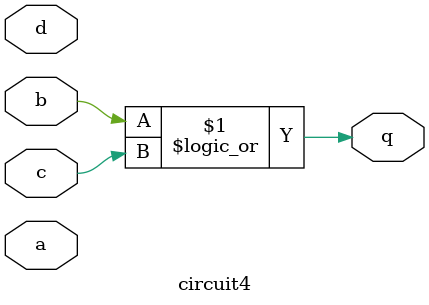
<source format=v>
module circuit4 (
    input       a,
    input       b,
    input       c,
    input       d,
    output      q
);

    assign q = b || c;

endmodule
</source>
